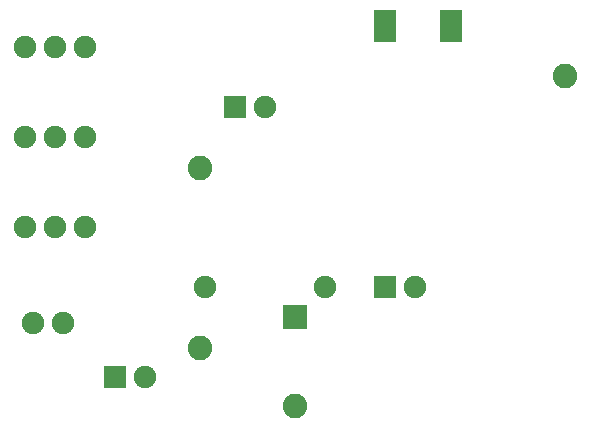
<source format=gtl>
G04 MADE WITH FRITZING*
G04 WWW.FRITZING.ORG*
G04 DOUBLE SIDED*
G04 HOLES PLATED*
G04 CONTOUR ON CENTER OF CONTOUR VECTOR*
%ASAXBY*%
%FSLAX23Y23*%
%MOIN*%
%OFA0B0*%
%SFA1.0B1.0*%
%ADD10C,0.075000*%
%ADD11C,0.082000*%
%ADD12R,0.075000X0.075000*%
%ADD13R,0.082000X0.082000*%
%ADD14R,0.001000X0.001000*%
%LNCOPPER1*%
G90*
G70*
G54D10*
X44Y2100D03*
X144Y2100D03*
X244Y2100D03*
X44Y1500D03*
X144Y1500D03*
X244Y1500D03*
X744Y1900D03*
X844Y1900D03*
X69Y1181D03*
X169Y1181D03*
X644Y1300D03*
X1044Y1300D03*
X1244Y1300D03*
X1344Y1300D03*
G54D11*
X627Y1696D03*
X627Y1097D03*
G54D10*
X344Y1000D03*
X444Y1000D03*
G54D11*
X944Y1200D03*
X944Y902D03*
X1844Y2002D03*
G54D10*
X44Y1800D03*
X144Y1800D03*
X244Y1800D03*
G54D12*
X744Y1900D03*
X1244Y1300D03*
X344Y1000D03*
G54D13*
X944Y1201D03*
G54D14*
X1208Y2222D02*
X1278Y2222D01*
X1428Y2222D02*
X1498Y2222D01*
X1208Y2221D02*
X1278Y2221D01*
X1428Y2221D02*
X1498Y2221D01*
X1208Y2220D02*
X1278Y2220D01*
X1428Y2220D02*
X1498Y2220D01*
X1208Y2219D02*
X1278Y2219D01*
X1428Y2219D02*
X1498Y2219D01*
X1208Y2218D02*
X1278Y2218D01*
X1428Y2218D02*
X1498Y2218D01*
X1208Y2217D02*
X1278Y2217D01*
X1428Y2217D02*
X1498Y2217D01*
X1208Y2216D02*
X1278Y2216D01*
X1428Y2216D02*
X1498Y2216D01*
X1208Y2215D02*
X1278Y2215D01*
X1428Y2215D02*
X1498Y2215D01*
X1208Y2214D02*
X1278Y2214D01*
X1428Y2214D02*
X1498Y2214D01*
X1208Y2213D02*
X1278Y2213D01*
X1428Y2213D02*
X1498Y2213D01*
X1208Y2212D02*
X1278Y2212D01*
X1428Y2212D02*
X1498Y2212D01*
X1208Y2211D02*
X1278Y2211D01*
X1428Y2211D02*
X1498Y2211D01*
X1208Y2210D02*
X1278Y2210D01*
X1428Y2210D02*
X1498Y2210D01*
X1208Y2209D02*
X1278Y2209D01*
X1428Y2209D02*
X1498Y2209D01*
X1208Y2208D02*
X1278Y2208D01*
X1428Y2208D02*
X1498Y2208D01*
X1208Y2207D02*
X1278Y2207D01*
X1428Y2207D02*
X1498Y2207D01*
X1208Y2206D02*
X1278Y2206D01*
X1428Y2206D02*
X1498Y2206D01*
X1208Y2205D02*
X1278Y2205D01*
X1428Y2205D02*
X1498Y2205D01*
X1208Y2204D02*
X1278Y2204D01*
X1428Y2204D02*
X1498Y2204D01*
X1208Y2203D02*
X1278Y2203D01*
X1428Y2203D02*
X1498Y2203D01*
X1208Y2202D02*
X1278Y2202D01*
X1428Y2202D02*
X1498Y2202D01*
X1208Y2201D02*
X1278Y2201D01*
X1428Y2201D02*
X1498Y2201D01*
X1208Y2200D02*
X1278Y2200D01*
X1428Y2200D02*
X1498Y2200D01*
X1208Y2199D02*
X1278Y2199D01*
X1428Y2199D02*
X1498Y2199D01*
X1208Y2198D02*
X1278Y2198D01*
X1428Y2198D02*
X1498Y2198D01*
X1208Y2197D02*
X1278Y2197D01*
X1428Y2197D02*
X1498Y2197D01*
X1208Y2196D02*
X1278Y2196D01*
X1428Y2196D02*
X1498Y2196D01*
X1208Y2195D02*
X1278Y2195D01*
X1428Y2195D02*
X1498Y2195D01*
X1208Y2194D02*
X1278Y2194D01*
X1428Y2194D02*
X1498Y2194D01*
X1208Y2193D02*
X1278Y2193D01*
X1428Y2193D02*
X1498Y2193D01*
X1208Y2192D02*
X1278Y2192D01*
X1428Y2192D02*
X1498Y2192D01*
X1208Y2191D02*
X1278Y2191D01*
X1428Y2191D02*
X1498Y2191D01*
X1208Y2190D02*
X1278Y2190D01*
X1428Y2190D02*
X1498Y2190D01*
X1208Y2189D02*
X1278Y2189D01*
X1428Y2189D02*
X1498Y2189D01*
X1208Y2188D02*
X1278Y2188D01*
X1428Y2188D02*
X1498Y2188D01*
X1208Y2187D02*
X1278Y2187D01*
X1428Y2187D02*
X1498Y2187D01*
X1208Y2186D02*
X1278Y2186D01*
X1428Y2186D02*
X1498Y2186D01*
X1208Y2185D02*
X1278Y2185D01*
X1428Y2185D02*
X1498Y2185D01*
X1208Y2184D02*
X1278Y2184D01*
X1428Y2184D02*
X1498Y2184D01*
X1208Y2183D02*
X1278Y2183D01*
X1428Y2183D02*
X1498Y2183D01*
X1208Y2182D02*
X1278Y2182D01*
X1428Y2182D02*
X1498Y2182D01*
X1208Y2181D02*
X1278Y2181D01*
X1428Y2181D02*
X1498Y2181D01*
X1208Y2180D02*
X1278Y2180D01*
X1428Y2180D02*
X1498Y2180D01*
X1208Y2179D02*
X1278Y2179D01*
X1428Y2179D02*
X1498Y2179D01*
X1208Y2178D02*
X1278Y2178D01*
X1428Y2178D02*
X1498Y2178D01*
X1208Y2177D02*
X1278Y2177D01*
X1428Y2177D02*
X1498Y2177D01*
X1208Y2176D02*
X1278Y2176D01*
X1428Y2176D02*
X1498Y2176D01*
X1208Y2175D02*
X1278Y2175D01*
X1428Y2175D02*
X1498Y2175D01*
X1208Y2174D02*
X1278Y2174D01*
X1428Y2174D02*
X1498Y2174D01*
X1208Y2173D02*
X1278Y2173D01*
X1428Y2173D02*
X1498Y2173D01*
X1208Y2172D02*
X1278Y2172D01*
X1428Y2172D02*
X1498Y2172D01*
X1208Y2171D02*
X1278Y2171D01*
X1428Y2171D02*
X1498Y2171D01*
X1208Y2170D02*
X1278Y2170D01*
X1428Y2170D02*
X1498Y2170D01*
X1208Y2169D02*
X1278Y2169D01*
X1428Y2169D02*
X1498Y2169D01*
X1208Y2168D02*
X1278Y2168D01*
X1428Y2168D02*
X1498Y2168D01*
X1208Y2167D02*
X1278Y2167D01*
X1428Y2167D02*
X1498Y2167D01*
X1208Y2166D02*
X1278Y2166D01*
X1428Y2166D02*
X1498Y2166D01*
X1208Y2165D02*
X1278Y2165D01*
X1428Y2165D02*
X1498Y2165D01*
X1208Y2164D02*
X1278Y2164D01*
X1428Y2164D02*
X1498Y2164D01*
X1208Y2163D02*
X1278Y2163D01*
X1428Y2163D02*
X1498Y2163D01*
X1208Y2162D02*
X1278Y2162D01*
X1428Y2162D02*
X1498Y2162D01*
X1208Y2161D02*
X1278Y2161D01*
X1428Y2161D02*
X1498Y2161D01*
X1208Y2160D02*
X1278Y2160D01*
X1428Y2160D02*
X1498Y2160D01*
X1208Y2159D02*
X1278Y2159D01*
X1428Y2159D02*
X1498Y2159D01*
X1208Y2158D02*
X1278Y2158D01*
X1428Y2158D02*
X1498Y2158D01*
X1208Y2157D02*
X1278Y2157D01*
X1428Y2157D02*
X1498Y2157D01*
X1208Y2156D02*
X1278Y2156D01*
X1428Y2156D02*
X1498Y2156D01*
X1208Y2155D02*
X1278Y2155D01*
X1428Y2155D02*
X1498Y2155D01*
X1208Y2154D02*
X1278Y2154D01*
X1428Y2154D02*
X1498Y2154D01*
X1208Y2153D02*
X1278Y2153D01*
X1428Y2153D02*
X1498Y2153D01*
X1208Y2152D02*
X1278Y2152D01*
X1428Y2152D02*
X1498Y2152D01*
X1208Y2151D02*
X1278Y2151D01*
X1428Y2151D02*
X1498Y2151D01*
X1208Y2150D02*
X1278Y2150D01*
X1428Y2150D02*
X1498Y2150D01*
X1208Y2149D02*
X1278Y2149D01*
X1428Y2149D02*
X1498Y2149D01*
X1208Y2148D02*
X1278Y2148D01*
X1428Y2148D02*
X1498Y2148D01*
X1208Y2147D02*
X1278Y2147D01*
X1428Y2147D02*
X1498Y2147D01*
X1208Y2146D02*
X1278Y2146D01*
X1428Y2146D02*
X1498Y2146D01*
X1208Y2145D02*
X1278Y2145D01*
X1428Y2145D02*
X1498Y2145D01*
X1208Y2144D02*
X1278Y2144D01*
X1428Y2144D02*
X1498Y2144D01*
X1208Y2143D02*
X1278Y2143D01*
X1428Y2143D02*
X1498Y2143D01*
X1208Y2142D02*
X1278Y2142D01*
X1428Y2142D02*
X1498Y2142D01*
X1208Y2141D02*
X1278Y2141D01*
X1428Y2141D02*
X1498Y2141D01*
X1208Y2140D02*
X1278Y2140D01*
X1428Y2140D02*
X1498Y2140D01*
X1208Y2139D02*
X1278Y2139D01*
X1428Y2139D02*
X1498Y2139D01*
X1208Y2138D02*
X1278Y2138D01*
X1428Y2138D02*
X1498Y2138D01*
X1208Y2137D02*
X1278Y2137D01*
X1428Y2137D02*
X1498Y2137D01*
X1208Y2136D02*
X1278Y2136D01*
X1428Y2136D02*
X1498Y2136D01*
X1208Y2135D02*
X1278Y2135D01*
X1428Y2135D02*
X1498Y2135D01*
X1208Y2134D02*
X1278Y2134D01*
X1428Y2134D02*
X1498Y2134D01*
X1208Y2133D02*
X1278Y2133D01*
X1428Y2133D02*
X1498Y2133D01*
X1208Y2132D02*
X1278Y2132D01*
X1428Y2132D02*
X1498Y2132D01*
X1208Y2131D02*
X1278Y2131D01*
X1428Y2131D02*
X1498Y2131D01*
X1208Y2130D02*
X1278Y2130D01*
X1428Y2130D02*
X1498Y2130D01*
X1208Y2129D02*
X1278Y2129D01*
X1428Y2129D02*
X1498Y2129D01*
X1208Y2128D02*
X1278Y2128D01*
X1428Y2128D02*
X1498Y2128D01*
X1208Y2127D02*
X1278Y2127D01*
X1428Y2127D02*
X1498Y2127D01*
X1208Y2126D02*
X1278Y2126D01*
X1428Y2126D02*
X1498Y2126D01*
X1208Y2125D02*
X1278Y2125D01*
X1428Y2125D02*
X1498Y2125D01*
X1208Y2124D02*
X1278Y2124D01*
X1428Y2124D02*
X1498Y2124D01*
X1208Y2123D02*
X1278Y2123D01*
X1428Y2123D02*
X1498Y2123D01*
X1208Y2122D02*
X1278Y2122D01*
X1428Y2122D02*
X1498Y2122D01*
X1208Y2121D02*
X1278Y2121D01*
X1428Y2121D02*
X1498Y2121D01*
X1208Y2120D02*
X1278Y2120D01*
X1428Y2120D02*
X1498Y2120D01*
X1208Y2119D02*
X1278Y2119D01*
X1428Y2119D02*
X1498Y2119D01*
X1208Y2118D02*
X1278Y2118D01*
X1428Y2118D02*
X1498Y2118D01*
D02*
G04 End of Copper1*
M02*
</source>
